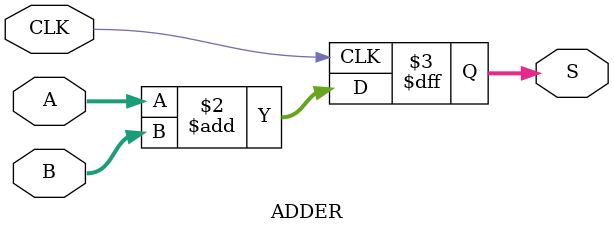
<source format=v>
`timescale 1ns / 1ps

module ADDER(
    input CLK,
    input [7:0] A,
    input [7:0] B,
    output reg [8:0] S
    );
    
    always@ (posedge CLK) begin
        S = A+B;
    end
    
endmodule

</source>
